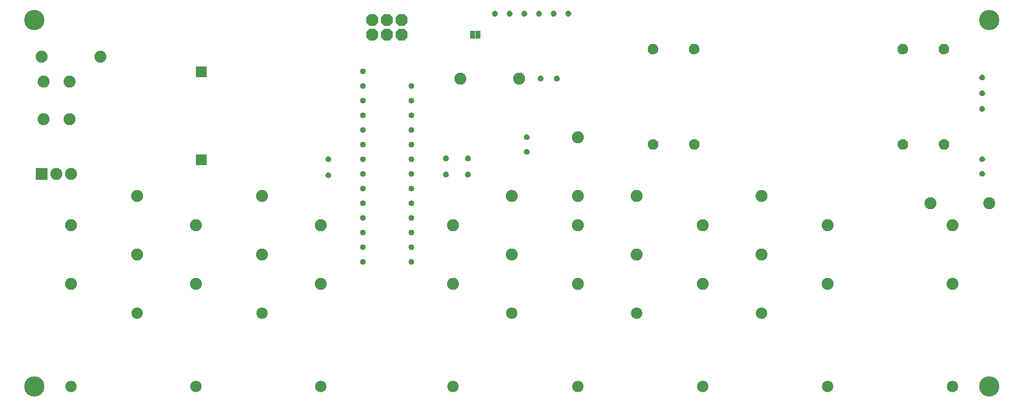
<source format=gbr>
G04 EAGLE Gerber RS-274X export*
G75*
%MOMM*%
%FSLAX34Y34*%
%LPD*%
%INSoldermask Top*%
%IPPOS*%
%AMOC8*
5,1,8,0,0,1.08239X$1,22.5*%
G01*
%ADD10C,2.082800*%
%ADD11P,2.254402X8X22.500000*%
%ADD12C,1.016000*%
%ADD13C,3.505200*%
%ADD14R,1.955800X1.955800*%
%ADD15R,2.082800X2.082800*%
%ADD16R,0.838200X1.473200*%
%ADD17C,1.981200*%

G36*
X1526803Y435236D02*
X1526803Y435236D01*
X1526866Y435234D01*
X1528523Y435422D01*
X1528569Y435436D01*
X1528645Y435448D01*
X1530234Y435956D01*
X1530276Y435979D01*
X1530348Y436005D01*
X1531807Y436814D01*
X1531845Y436844D01*
X1531910Y436884D01*
X1533183Y437962D01*
X1533214Y437999D01*
X1533270Y438051D01*
X1534309Y439356D01*
X1534332Y439399D01*
X1534376Y439461D01*
X1535141Y440944D01*
X1535155Y440989D01*
X1535187Y441059D01*
X1535647Y442663D01*
X1535652Y442708D01*
X1535665Y442747D01*
X1535664Y442764D01*
X1535669Y442785D01*
X1535808Y444447D01*
X1535804Y444495D01*
X1535806Y444571D01*
X1535613Y446278D01*
X1535599Y446325D01*
X1535587Y446400D01*
X1535064Y448037D01*
X1535042Y448079D01*
X1535015Y448151D01*
X1534183Y449654D01*
X1534153Y449691D01*
X1534113Y449756D01*
X1533004Y451068D01*
X1532967Y451099D01*
X1532915Y451155D01*
X1531571Y452225D01*
X1531528Y452248D01*
X1531467Y452293D01*
X1529940Y453081D01*
X1529894Y453095D01*
X1529824Y453127D01*
X1528173Y453602D01*
X1528125Y453607D01*
X1528051Y453624D01*
X1526339Y453768D01*
X1526289Y453763D01*
X1526196Y453764D01*
X1524494Y453521D01*
X1524449Y453506D01*
X1524373Y453492D01*
X1522751Y452922D01*
X1522709Y452898D01*
X1522639Y452869D01*
X1521159Y451993D01*
X1521122Y451962D01*
X1521058Y451920D01*
X1519778Y450772D01*
X1519748Y450734D01*
X1519694Y450681D01*
X1518662Y449305D01*
X1518640Y449262D01*
X1518597Y449199D01*
X1517853Y447649D01*
X1517841Y447603D01*
X1517811Y447532D01*
X1517384Y445866D01*
X1517380Y445818D01*
X1517365Y445744D01*
X1517271Y444027D01*
X1517277Y443979D01*
X1517276Y443902D01*
X1517513Y442249D01*
X1517528Y442203D01*
X1517543Y442128D01*
X1518098Y440553D01*
X1518121Y440511D01*
X1518150Y440440D01*
X1519002Y439004D01*
X1519034Y438967D01*
X1519076Y438903D01*
X1520192Y437661D01*
X1520230Y437631D01*
X1520284Y437577D01*
X1521621Y436576D01*
X1521664Y436555D01*
X1521727Y436512D01*
X1523234Y435792D01*
X1523281Y435779D01*
X1523351Y435749D01*
X1524970Y435337D01*
X1525018Y435334D01*
X1525093Y435319D01*
X1526761Y435231D01*
X1526803Y435236D01*
G37*
G36*
X1597923Y435236D02*
X1597923Y435236D01*
X1597986Y435234D01*
X1599643Y435422D01*
X1599689Y435436D01*
X1599765Y435448D01*
X1601354Y435956D01*
X1601396Y435979D01*
X1601468Y436005D01*
X1602927Y436814D01*
X1602965Y436844D01*
X1603030Y436884D01*
X1604303Y437962D01*
X1604334Y437999D01*
X1604390Y438051D01*
X1605429Y439356D01*
X1605452Y439399D01*
X1605496Y439461D01*
X1606261Y440944D01*
X1606275Y440989D01*
X1606307Y441059D01*
X1606767Y442663D01*
X1606772Y442708D01*
X1606785Y442747D01*
X1606784Y442764D01*
X1606789Y442785D01*
X1606928Y444447D01*
X1606924Y444495D01*
X1606926Y444571D01*
X1606733Y446278D01*
X1606719Y446325D01*
X1606707Y446400D01*
X1606184Y448037D01*
X1606162Y448079D01*
X1606135Y448151D01*
X1605303Y449654D01*
X1605273Y449691D01*
X1605233Y449756D01*
X1604124Y451068D01*
X1604087Y451099D01*
X1604035Y451155D01*
X1602691Y452225D01*
X1602648Y452248D01*
X1602587Y452293D01*
X1601060Y453081D01*
X1601014Y453095D01*
X1600944Y453127D01*
X1599293Y453602D01*
X1599245Y453607D01*
X1599171Y453624D01*
X1597459Y453768D01*
X1597409Y453763D01*
X1597316Y453764D01*
X1595614Y453521D01*
X1595569Y453506D01*
X1595493Y453492D01*
X1593871Y452922D01*
X1593829Y452898D01*
X1593759Y452869D01*
X1592279Y451993D01*
X1592242Y451962D01*
X1592178Y451920D01*
X1590898Y450772D01*
X1590868Y450734D01*
X1590814Y450681D01*
X1589782Y449305D01*
X1589760Y449262D01*
X1589717Y449199D01*
X1588973Y447649D01*
X1588961Y447603D01*
X1588931Y447532D01*
X1588504Y445866D01*
X1588500Y445818D01*
X1588485Y445744D01*
X1588391Y444027D01*
X1588397Y443979D01*
X1588396Y443902D01*
X1588633Y442249D01*
X1588648Y442203D01*
X1588663Y442128D01*
X1589218Y440553D01*
X1589241Y440511D01*
X1589270Y440440D01*
X1590122Y439004D01*
X1590154Y438967D01*
X1590196Y438903D01*
X1591312Y437661D01*
X1591350Y437631D01*
X1591404Y437577D01*
X1592741Y436576D01*
X1592784Y436555D01*
X1592847Y436512D01*
X1594354Y435792D01*
X1594401Y435779D01*
X1594471Y435749D01*
X1596090Y435337D01*
X1596138Y435334D01*
X1596213Y435319D01*
X1597881Y435231D01*
X1597923Y435236D01*
G37*
G36*
X1166123Y435236D02*
X1166123Y435236D01*
X1166186Y435234D01*
X1167843Y435422D01*
X1167889Y435436D01*
X1167965Y435448D01*
X1169554Y435956D01*
X1169596Y435979D01*
X1169668Y436005D01*
X1171127Y436814D01*
X1171165Y436844D01*
X1171230Y436884D01*
X1172503Y437962D01*
X1172534Y437999D01*
X1172590Y438051D01*
X1173629Y439356D01*
X1173652Y439399D01*
X1173696Y439461D01*
X1174461Y440944D01*
X1174475Y440989D01*
X1174507Y441059D01*
X1174967Y442663D01*
X1174972Y442708D01*
X1174985Y442747D01*
X1174984Y442764D01*
X1174989Y442785D01*
X1175128Y444447D01*
X1175124Y444495D01*
X1175126Y444571D01*
X1174933Y446278D01*
X1174919Y446325D01*
X1174907Y446400D01*
X1174384Y448037D01*
X1174362Y448079D01*
X1174335Y448151D01*
X1173503Y449654D01*
X1173473Y449691D01*
X1173433Y449756D01*
X1172324Y451068D01*
X1172287Y451099D01*
X1172235Y451155D01*
X1170891Y452225D01*
X1170848Y452248D01*
X1170787Y452293D01*
X1169260Y453081D01*
X1169214Y453095D01*
X1169144Y453127D01*
X1167493Y453602D01*
X1167445Y453607D01*
X1167371Y453624D01*
X1165659Y453768D01*
X1165609Y453763D01*
X1165516Y453764D01*
X1163814Y453521D01*
X1163769Y453506D01*
X1163693Y453492D01*
X1162071Y452922D01*
X1162029Y452898D01*
X1161959Y452869D01*
X1160479Y451993D01*
X1160442Y451962D01*
X1160378Y451920D01*
X1159098Y450772D01*
X1159068Y450734D01*
X1159014Y450681D01*
X1157982Y449305D01*
X1157960Y449262D01*
X1157917Y449199D01*
X1157173Y447649D01*
X1157161Y447603D01*
X1157131Y447532D01*
X1156704Y445866D01*
X1156700Y445818D01*
X1156685Y445744D01*
X1156591Y444027D01*
X1156597Y443979D01*
X1156596Y443902D01*
X1156833Y442249D01*
X1156848Y442203D01*
X1156863Y442128D01*
X1157418Y440553D01*
X1157441Y440511D01*
X1157470Y440440D01*
X1158322Y439004D01*
X1158354Y438967D01*
X1158396Y438903D01*
X1159512Y437661D01*
X1159550Y437631D01*
X1159604Y437577D01*
X1160941Y436576D01*
X1160984Y436555D01*
X1161047Y436512D01*
X1162554Y435792D01*
X1162601Y435779D01*
X1162671Y435749D01*
X1164290Y435337D01*
X1164338Y435334D01*
X1164413Y435319D01*
X1166081Y435231D01*
X1166123Y435236D01*
G37*
G36*
X1095003Y435236D02*
X1095003Y435236D01*
X1095066Y435234D01*
X1096723Y435422D01*
X1096769Y435436D01*
X1096845Y435448D01*
X1098434Y435956D01*
X1098476Y435979D01*
X1098548Y436005D01*
X1100007Y436814D01*
X1100045Y436844D01*
X1100110Y436884D01*
X1101383Y437962D01*
X1101414Y437999D01*
X1101470Y438051D01*
X1102509Y439356D01*
X1102532Y439399D01*
X1102576Y439461D01*
X1103341Y440944D01*
X1103355Y440989D01*
X1103387Y441059D01*
X1103847Y442663D01*
X1103852Y442708D01*
X1103865Y442747D01*
X1103864Y442764D01*
X1103869Y442785D01*
X1104008Y444447D01*
X1104004Y444495D01*
X1104006Y444571D01*
X1103813Y446278D01*
X1103799Y446325D01*
X1103787Y446400D01*
X1103264Y448037D01*
X1103242Y448079D01*
X1103215Y448151D01*
X1102383Y449654D01*
X1102353Y449691D01*
X1102313Y449756D01*
X1101204Y451068D01*
X1101167Y451099D01*
X1101115Y451155D01*
X1099771Y452225D01*
X1099728Y452248D01*
X1099667Y452293D01*
X1098140Y453081D01*
X1098094Y453095D01*
X1098024Y453127D01*
X1096373Y453602D01*
X1096325Y453607D01*
X1096251Y453624D01*
X1094539Y453768D01*
X1094489Y453763D01*
X1094396Y453764D01*
X1092694Y453521D01*
X1092649Y453506D01*
X1092573Y453492D01*
X1090951Y452922D01*
X1090909Y452898D01*
X1090839Y452869D01*
X1089359Y451993D01*
X1089322Y451962D01*
X1089258Y451920D01*
X1087978Y450772D01*
X1087948Y450734D01*
X1087894Y450681D01*
X1086862Y449305D01*
X1086840Y449262D01*
X1086797Y449199D01*
X1086053Y447649D01*
X1086041Y447603D01*
X1086011Y447532D01*
X1085584Y445866D01*
X1085580Y445818D01*
X1085565Y445744D01*
X1085471Y444027D01*
X1085477Y443979D01*
X1085476Y443902D01*
X1085713Y442249D01*
X1085728Y442203D01*
X1085743Y442128D01*
X1086298Y440553D01*
X1086321Y440511D01*
X1086350Y440440D01*
X1087202Y439004D01*
X1087234Y438967D01*
X1087276Y438903D01*
X1088392Y437661D01*
X1088430Y437631D01*
X1088484Y437577D01*
X1089821Y436576D01*
X1089864Y436555D01*
X1089927Y436512D01*
X1091434Y435792D01*
X1091481Y435779D01*
X1091551Y435749D01*
X1093170Y435337D01*
X1093218Y435334D01*
X1093293Y435319D01*
X1094961Y435231D01*
X1095003Y435236D01*
G37*
G36*
X1094991Y600337D02*
X1094991Y600337D01*
X1095084Y600336D01*
X1096786Y600579D01*
X1096831Y600594D01*
X1096907Y600608D01*
X1098529Y601178D01*
X1098571Y601202D01*
X1098641Y601231D01*
X1100121Y602107D01*
X1100158Y602138D01*
X1100222Y602180D01*
X1101502Y603328D01*
X1101532Y603366D01*
X1101586Y603419D01*
X1102618Y604795D01*
X1102640Y604838D01*
X1102683Y604901D01*
X1103427Y606451D01*
X1103439Y606498D01*
X1103469Y606568D01*
X1103896Y608234D01*
X1103900Y608282D01*
X1103915Y608356D01*
X1104009Y610073D01*
X1104003Y610121D01*
X1104004Y610198D01*
X1103767Y611851D01*
X1103762Y611865D01*
X1103762Y611877D01*
X1103750Y611906D01*
X1103737Y611972D01*
X1103182Y613547D01*
X1103159Y613589D01*
X1103130Y613660D01*
X1102278Y615096D01*
X1102246Y615133D01*
X1102204Y615197D01*
X1101088Y616439D01*
X1101050Y616469D01*
X1100996Y616523D01*
X1099659Y617524D01*
X1099616Y617545D01*
X1099553Y617588D01*
X1098046Y618308D01*
X1097999Y618321D01*
X1097929Y618351D01*
X1096310Y618763D01*
X1096262Y618766D01*
X1096187Y618781D01*
X1094519Y618869D01*
X1094477Y618864D01*
X1094414Y618866D01*
X1092757Y618678D01*
X1092711Y618664D01*
X1092635Y618652D01*
X1091046Y618144D01*
X1091004Y618121D01*
X1090932Y618095D01*
X1089473Y617286D01*
X1089435Y617256D01*
X1089370Y617216D01*
X1088097Y616138D01*
X1088066Y616101D01*
X1088010Y616049D01*
X1086971Y614744D01*
X1086948Y614701D01*
X1086904Y614639D01*
X1086139Y613157D01*
X1086125Y613111D01*
X1086093Y613041D01*
X1085633Y611438D01*
X1085628Y611390D01*
X1085611Y611315D01*
X1085472Y609653D01*
X1085477Y609605D01*
X1085474Y609529D01*
X1085667Y607822D01*
X1085681Y607775D01*
X1085693Y607700D01*
X1086216Y606063D01*
X1086238Y606021D01*
X1086265Y605949D01*
X1087097Y604446D01*
X1087104Y604438D01*
X1087106Y604431D01*
X1087128Y604407D01*
X1087167Y604344D01*
X1088276Y603032D01*
X1088313Y603001D01*
X1088366Y602945D01*
X1089709Y601875D01*
X1089752Y601852D01*
X1089814Y601807D01*
X1091340Y601019D01*
X1091386Y601005D01*
X1091456Y600973D01*
X1093107Y600498D01*
X1093155Y600493D01*
X1093229Y600476D01*
X1094941Y600332D01*
X1094991Y600337D01*
G37*
G36*
X1526791Y600337D02*
X1526791Y600337D01*
X1526884Y600336D01*
X1528586Y600579D01*
X1528631Y600594D01*
X1528707Y600608D01*
X1530329Y601178D01*
X1530371Y601202D01*
X1530441Y601231D01*
X1531921Y602107D01*
X1531958Y602138D01*
X1532022Y602180D01*
X1533302Y603328D01*
X1533332Y603366D01*
X1533386Y603419D01*
X1534418Y604795D01*
X1534440Y604838D01*
X1534483Y604901D01*
X1535227Y606451D01*
X1535239Y606498D01*
X1535269Y606568D01*
X1535696Y608234D01*
X1535700Y608282D01*
X1535715Y608356D01*
X1535809Y610073D01*
X1535803Y610121D01*
X1535804Y610198D01*
X1535567Y611851D01*
X1535562Y611865D01*
X1535562Y611877D01*
X1535550Y611906D01*
X1535537Y611972D01*
X1534982Y613547D01*
X1534959Y613589D01*
X1534930Y613660D01*
X1534078Y615096D01*
X1534046Y615133D01*
X1534004Y615197D01*
X1532888Y616439D01*
X1532850Y616469D01*
X1532796Y616523D01*
X1531459Y617524D01*
X1531416Y617545D01*
X1531353Y617588D01*
X1529846Y618308D01*
X1529799Y618321D01*
X1529729Y618351D01*
X1528110Y618763D01*
X1528062Y618766D01*
X1527987Y618781D01*
X1526319Y618869D01*
X1526277Y618864D01*
X1526214Y618866D01*
X1524557Y618678D01*
X1524511Y618664D01*
X1524435Y618652D01*
X1522846Y618144D01*
X1522804Y618121D01*
X1522732Y618095D01*
X1521273Y617286D01*
X1521235Y617256D01*
X1521170Y617216D01*
X1519897Y616138D01*
X1519866Y616101D01*
X1519810Y616049D01*
X1518771Y614744D01*
X1518748Y614701D01*
X1518704Y614639D01*
X1517939Y613157D01*
X1517925Y613111D01*
X1517893Y613041D01*
X1517433Y611438D01*
X1517428Y611390D01*
X1517411Y611315D01*
X1517272Y609653D01*
X1517277Y609605D01*
X1517274Y609529D01*
X1517467Y607822D01*
X1517481Y607775D01*
X1517493Y607700D01*
X1518016Y606063D01*
X1518038Y606021D01*
X1518065Y605949D01*
X1518897Y604446D01*
X1518904Y604438D01*
X1518906Y604431D01*
X1518928Y604407D01*
X1518967Y604344D01*
X1520076Y603032D01*
X1520113Y603001D01*
X1520166Y602945D01*
X1521509Y601875D01*
X1521552Y601852D01*
X1521614Y601807D01*
X1523140Y601019D01*
X1523186Y601005D01*
X1523256Y600973D01*
X1524907Y600498D01*
X1524955Y600493D01*
X1525029Y600476D01*
X1526741Y600332D01*
X1526791Y600337D01*
G37*
G36*
X1166111Y600337D02*
X1166111Y600337D01*
X1166204Y600336D01*
X1167906Y600579D01*
X1167951Y600594D01*
X1168027Y600608D01*
X1169649Y601178D01*
X1169691Y601202D01*
X1169761Y601231D01*
X1171241Y602107D01*
X1171278Y602138D01*
X1171342Y602180D01*
X1172622Y603328D01*
X1172652Y603366D01*
X1172706Y603419D01*
X1173738Y604795D01*
X1173760Y604838D01*
X1173803Y604901D01*
X1174547Y606451D01*
X1174559Y606498D01*
X1174589Y606568D01*
X1175016Y608234D01*
X1175020Y608282D01*
X1175035Y608356D01*
X1175129Y610073D01*
X1175123Y610121D01*
X1175124Y610198D01*
X1174887Y611851D01*
X1174882Y611865D01*
X1174882Y611877D01*
X1174870Y611906D01*
X1174857Y611972D01*
X1174302Y613547D01*
X1174279Y613589D01*
X1174250Y613660D01*
X1173398Y615096D01*
X1173366Y615133D01*
X1173324Y615197D01*
X1172208Y616439D01*
X1172170Y616469D01*
X1172116Y616523D01*
X1170779Y617524D01*
X1170736Y617545D01*
X1170673Y617588D01*
X1169166Y618308D01*
X1169119Y618321D01*
X1169049Y618351D01*
X1167430Y618763D01*
X1167382Y618766D01*
X1167307Y618781D01*
X1165639Y618869D01*
X1165597Y618864D01*
X1165534Y618866D01*
X1163877Y618678D01*
X1163831Y618664D01*
X1163755Y618652D01*
X1162166Y618144D01*
X1162124Y618121D01*
X1162052Y618095D01*
X1160593Y617286D01*
X1160555Y617256D01*
X1160490Y617216D01*
X1159217Y616138D01*
X1159186Y616101D01*
X1159130Y616049D01*
X1158091Y614744D01*
X1158068Y614701D01*
X1158024Y614639D01*
X1157259Y613157D01*
X1157245Y613111D01*
X1157213Y613041D01*
X1156753Y611438D01*
X1156748Y611390D01*
X1156731Y611315D01*
X1156592Y609653D01*
X1156597Y609605D01*
X1156594Y609529D01*
X1156787Y607822D01*
X1156801Y607775D01*
X1156813Y607700D01*
X1157336Y606063D01*
X1157358Y606021D01*
X1157385Y605949D01*
X1158217Y604446D01*
X1158224Y604438D01*
X1158226Y604431D01*
X1158248Y604407D01*
X1158287Y604344D01*
X1159396Y603032D01*
X1159433Y603001D01*
X1159486Y602945D01*
X1160829Y601875D01*
X1160872Y601852D01*
X1160934Y601807D01*
X1162460Y601019D01*
X1162506Y601005D01*
X1162576Y600973D01*
X1164227Y600498D01*
X1164275Y600493D01*
X1164349Y600476D01*
X1166061Y600332D01*
X1166111Y600337D01*
G37*
G36*
X1597911Y600337D02*
X1597911Y600337D01*
X1598004Y600336D01*
X1599706Y600579D01*
X1599751Y600594D01*
X1599827Y600608D01*
X1601449Y601178D01*
X1601491Y601202D01*
X1601561Y601231D01*
X1603041Y602107D01*
X1603078Y602138D01*
X1603142Y602180D01*
X1604422Y603328D01*
X1604452Y603366D01*
X1604506Y603419D01*
X1605538Y604795D01*
X1605560Y604838D01*
X1605603Y604901D01*
X1606347Y606451D01*
X1606359Y606498D01*
X1606389Y606568D01*
X1606816Y608234D01*
X1606820Y608282D01*
X1606835Y608356D01*
X1606929Y610073D01*
X1606923Y610121D01*
X1606924Y610198D01*
X1606687Y611851D01*
X1606682Y611865D01*
X1606682Y611877D01*
X1606670Y611906D01*
X1606657Y611972D01*
X1606102Y613547D01*
X1606079Y613589D01*
X1606050Y613660D01*
X1605198Y615096D01*
X1605166Y615133D01*
X1605124Y615197D01*
X1604008Y616439D01*
X1603970Y616469D01*
X1603916Y616523D01*
X1602579Y617524D01*
X1602536Y617545D01*
X1602473Y617588D01*
X1600966Y618308D01*
X1600919Y618321D01*
X1600849Y618351D01*
X1599230Y618763D01*
X1599182Y618766D01*
X1599107Y618781D01*
X1597439Y618869D01*
X1597397Y618864D01*
X1597334Y618866D01*
X1595677Y618678D01*
X1595631Y618664D01*
X1595555Y618652D01*
X1593966Y618144D01*
X1593924Y618121D01*
X1593852Y618095D01*
X1592393Y617286D01*
X1592355Y617256D01*
X1592290Y617216D01*
X1591017Y616138D01*
X1590986Y616101D01*
X1590930Y616049D01*
X1589891Y614744D01*
X1589868Y614701D01*
X1589824Y614639D01*
X1589059Y613157D01*
X1589045Y613111D01*
X1589013Y613041D01*
X1588553Y611438D01*
X1588548Y611390D01*
X1588531Y611315D01*
X1588392Y609653D01*
X1588397Y609605D01*
X1588394Y609529D01*
X1588587Y607822D01*
X1588601Y607775D01*
X1588613Y607700D01*
X1589136Y606063D01*
X1589158Y606021D01*
X1589185Y605949D01*
X1590017Y604446D01*
X1590024Y604438D01*
X1590026Y604431D01*
X1590048Y604407D01*
X1590087Y604344D01*
X1591196Y603032D01*
X1591233Y603001D01*
X1591286Y602945D01*
X1592629Y601875D01*
X1592672Y601852D01*
X1592734Y601807D01*
X1594260Y601019D01*
X1594306Y601005D01*
X1594376Y600973D01*
X1596027Y600498D01*
X1596075Y600493D01*
X1596149Y600476D01*
X1597861Y600332D01*
X1597911Y600337D01*
G37*
G36*
X774848Y415273D02*
X774848Y415273D01*
X774939Y415272D01*
X775903Y415403D01*
X775951Y415419D01*
X776040Y415438D01*
X776951Y415780D01*
X776994Y415806D01*
X777078Y415845D01*
X777889Y416382D01*
X777925Y416417D01*
X777998Y416473D01*
X778670Y417177D01*
X778698Y417219D01*
X778756Y417290D01*
X779254Y418126D01*
X779255Y418129D01*
X779257Y418131D01*
X779263Y418150D01*
X779272Y418173D01*
X779312Y418255D01*
X779612Y419181D01*
X779619Y419231D01*
X779641Y419320D01*
X779727Y420289D01*
X779723Y420336D01*
X779726Y420411D01*
X779624Y421387D01*
X779610Y421435D01*
X779594Y421525D01*
X779278Y422454D01*
X779254Y422498D01*
X779217Y422583D01*
X778703Y423418D01*
X778669Y423455D01*
X778615Y423530D01*
X777927Y424230D01*
X777886Y424259D01*
X777817Y424319D01*
X776990Y424848D01*
X776944Y424867D01*
X776863Y424911D01*
X775940Y425243D01*
X775890Y425251D01*
X775801Y425276D01*
X774827Y425394D01*
X774777Y425391D01*
X774691Y425395D01*
X773689Y425300D01*
X773640Y425286D01*
X773550Y425270D01*
X772594Y424954D01*
X772549Y424930D01*
X772465Y424895D01*
X771604Y424373D01*
X771566Y424340D01*
X771491Y424287D01*
X770767Y423587D01*
X770738Y423546D01*
X770677Y423477D01*
X770127Y422634D01*
X770107Y422588D01*
X770063Y422507D01*
X769715Y421563D01*
X769706Y421513D01*
X769681Y421425D01*
X769551Y420427D01*
X769553Y420384D01*
X769552Y420258D01*
X769691Y419247D01*
X769707Y419199D01*
X769726Y419109D01*
X770088Y418154D01*
X770114Y418111D01*
X770153Y418027D01*
X770717Y417177D01*
X770752Y417140D01*
X770809Y417068D01*
X771549Y416364D01*
X771591Y416336D01*
X771662Y416278D01*
X772540Y415757D01*
X772587Y415739D01*
X772669Y415698D01*
X773641Y415385D01*
X773691Y415378D01*
X773780Y415357D01*
X774798Y415268D01*
X774848Y415273D01*
G37*
G36*
X533548Y414003D02*
X533548Y414003D01*
X533639Y414002D01*
X534603Y414133D01*
X534651Y414149D01*
X534740Y414168D01*
X535651Y414510D01*
X535694Y414536D01*
X535778Y414575D01*
X536589Y415112D01*
X536625Y415147D01*
X536698Y415203D01*
X537370Y415907D01*
X537398Y415949D01*
X537456Y416020D01*
X537954Y416856D01*
X537955Y416859D01*
X537957Y416861D01*
X537963Y416880D01*
X537972Y416903D01*
X538012Y416985D01*
X538312Y417911D01*
X538319Y417961D01*
X538341Y418050D01*
X538427Y419019D01*
X538423Y419066D01*
X538426Y419141D01*
X538324Y420117D01*
X538310Y420165D01*
X538294Y420255D01*
X537978Y421184D01*
X537954Y421228D01*
X537917Y421313D01*
X537403Y422148D01*
X537369Y422185D01*
X537315Y422260D01*
X536627Y422960D01*
X536586Y422989D01*
X536517Y423049D01*
X535690Y423578D01*
X535644Y423597D01*
X535563Y423641D01*
X534640Y423973D01*
X534590Y423981D01*
X534501Y424006D01*
X533527Y424124D01*
X533477Y424121D01*
X533391Y424125D01*
X532389Y424030D01*
X532340Y424016D01*
X532250Y424000D01*
X531294Y423684D01*
X531249Y423660D01*
X531165Y423625D01*
X530304Y423103D01*
X530266Y423070D01*
X530191Y423017D01*
X529467Y422317D01*
X529438Y422276D01*
X529377Y422207D01*
X528827Y421364D01*
X528807Y421318D01*
X528763Y421237D01*
X528415Y420293D01*
X528406Y420243D01*
X528381Y420155D01*
X528251Y419157D01*
X528253Y419114D01*
X528252Y418988D01*
X528391Y417977D01*
X528407Y417929D01*
X528426Y417839D01*
X528788Y416884D01*
X528814Y416841D01*
X528853Y416757D01*
X529417Y415907D01*
X529452Y415870D01*
X529509Y415798D01*
X530249Y415094D01*
X530291Y415066D01*
X530362Y415008D01*
X531240Y414487D01*
X531287Y414469D01*
X531369Y414428D01*
X532341Y414115D01*
X532391Y414108D01*
X532480Y414087D01*
X533498Y413998D01*
X533548Y414003D01*
G37*
G36*
X774848Y387282D02*
X774848Y387282D01*
X774939Y387281D01*
X775903Y387412D01*
X775951Y387428D01*
X776040Y387447D01*
X776951Y387789D01*
X776994Y387815D01*
X777078Y387854D01*
X777889Y388391D01*
X777925Y388426D01*
X777998Y388482D01*
X778670Y389186D01*
X778698Y389228D01*
X778756Y389299D01*
X779254Y390135D01*
X779255Y390138D01*
X779257Y390140D01*
X779263Y390159D01*
X779272Y390182D01*
X779312Y390264D01*
X779612Y391190D01*
X779619Y391240D01*
X779641Y391329D01*
X779727Y392298D01*
X779723Y392345D01*
X779726Y392420D01*
X779624Y393396D01*
X779610Y393444D01*
X779594Y393534D01*
X779278Y394463D01*
X779254Y394507D01*
X779217Y394592D01*
X778703Y395427D01*
X778669Y395464D01*
X778615Y395539D01*
X777927Y396239D01*
X777886Y396268D01*
X777817Y396328D01*
X776990Y396857D01*
X776944Y396876D01*
X776863Y396920D01*
X775940Y397252D01*
X775890Y397260D01*
X775801Y397285D01*
X774827Y397403D01*
X774777Y397400D01*
X774691Y397404D01*
X773689Y397309D01*
X773640Y397295D01*
X773550Y397279D01*
X772594Y396963D01*
X772549Y396939D01*
X772465Y396904D01*
X771604Y396382D01*
X771566Y396349D01*
X771491Y396296D01*
X770767Y395596D01*
X770738Y395555D01*
X770677Y395486D01*
X770127Y394643D01*
X770107Y394597D01*
X770063Y394516D01*
X769715Y393572D01*
X769706Y393522D01*
X769681Y393434D01*
X769551Y392436D01*
X769553Y392393D01*
X769552Y392267D01*
X769691Y391256D01*
X769707Y391208D01*
X769726Y391118D01*
X770088Y390163D01*
X770114Y390120D01*
X770153Y390036D01*
X770717Y389186D01*
X770752Y389149D01*
X770809Y389077D01*
X771549Y388373D01*
X771591Y388345D01*
X771662Y388287D01*
X772540Y387766D01*
X772587Y387748D01*
X772669Y387707D01*
X773641Y387394D01*
X773691Y387387D01*
X773780Y387366D01*
X774798Y387277D01*
X774848Y387282D01*
G37*
G36*
X533548Y386012D02*
X533548Y386012D01*
X533639Y386011D01*
X534603Y386142D01*
X534651Y386158D01*
X534740Y386177D01*
X535651Y386519D01*
X535694Y386545D01*
X535778Y386584D01*
X536589Y387121D01*
X536625Y387156D01*
X536698Y387212D01*
X537370Y387916D01*
X537398Y387958D01*
X537456Y388029D01*
X537954Y388865D01*
X537955Y388868D01*
X537957Y388870D01*
X537963Y388889D01*
X537972Y388912D01*
X538012Y388994D01*
X538312Y389920D01*
X538319Y389970D01*
X538341Y390059D01*
X538427Y391028D01*
X538423Y391075D01*
X538426Y391150D01*
X538324Y392126D01*
X538310Y392174D01*
X538294Y392264D01*
X537978Y393193D01*
X537954Y393237D01*
X537917Y393322D01*
X537403Y394157D01*
X537369Y394194D01*
X537315Y394269D01*
X536627Y394969D01*
X536586Y394998D01*
X536517Y395058D01*
X535690Y395587D01*
X535644Y395606D01*
X535563Y395650D01*
X534640Y395982D01*
X534590Y395990D01*
X534501Y396015D01*
X533527Y396133D01*
X533477Y396130D01*
X533391Y396134D01*
X532389Y396039D01*
X532340Y396025D01*
X532250Y396009D01*
X531294Y395693D01*
X531249Y395669D01*
X531165Y395634D01*
X530304Y395112D01*
X530266Y395079D01*
X530191Y395026D01*
X529467Y394326D01*
X529438Y394285D01*
X529377Y394216D01*
X528827Y393373D01*
X528807Y393327D01*
X528763Y393246D01*
X528415Y392302D01*
X528406Y392252D01*
X528381Y392164D01*
X528251Y391166D01*
X528253Y391123D01*
X528252Y390997D01*
X528391Y389986D01*
X528407Y389938D01*
X528426Y389848D01*
X528788Y388893D01*
X528814Y388850D01*
X528853Y388766D01*
X529417Y387916D01*
X529452Y387879D01*
X529509Y387807D01*
X530249Y387103D01*
X530291Y387075D01*
X530362Y387017D01*
X531240Y386496D01*
X531287Y386478D01*
X531369Y386437D01*
X532341Y386124D01*
X532391Y386117D01*
X532480Y386096D01*
X533498Y386007D01*
X533548Y386012D01*
G37*
G36*
X922941Y666093D02*
X922941Y666093D01*
X923067Y666092D01*
X924078Y666231D01*
X924126Y666247D01*
X924216Y666266D01*
X925171Y666628D01*
X925214Y666654D01*
X925298Y666693D01*
X926148Y667257D01*
X926185Y667292D01*
X926257Y667349D01*
X926961Y668089D01*
X926989Y668131D01*
X927047Y668202D01*
X927568Y669080D01*
X927586Y669127D01*
X927627Y669209D01*
X927940Y670181D01*
X927947Y670231D01*
X927968Y670320D01*
X928057Y671338D01*
X928052Y671388D01*
X928053Y671479D01*
X927922Y672443D01*
X927906Y672491D01*
X927887Y672580D01*
X927545Y673491D01*
X927519Y673534D01*
X927480Y673618D01*
X926943Y674429D01*
X926908Y674465D01*
X926852Y674538D01*
X926148Y675210D01*
X926106Y675238D01*
X926035Y675296D01*
X925200Y675794D01*
X925152Y675812D01*
X925070Y675852D01*
X924145Y676152D01*
X924094Y676159D01*
X924005Y676181D01*
X923036Y676267D01*
X922989Y676263D01*
X922914Y676266D01*
X921938Y676164D01*
X921890Y676150D01*
X921800Y676134D01*
X920871Y675818D01*
X920827Y675794D01*
X920742Y675757D01*
X919907Y675243D01*
X919870Y675209D01*
X919795Y675155D01*
X919096Y674467D01*
X919066Y674426D01*
X919006Y674357D01*
X918477Y673530D01*
X918458Y673484D01*
X918414Y673403D01*
X918082Y672480D01*
X918074Y672430D01*
X918049Y672341D01*
X917931Y671367D01*
X917934Y671317D01*
X917930Y671231D01*
X918025Y670229D01*
X918039Y670180D01*
X918055Y670090D01*
X918371Y669134D01*
X918395Y669089D01*
X918431Y669005D01*
X918952Y668144D01*
X918985Y668106D01*
X919038Y668031D01*
X919738Y667307D01*
X919779Y667278D01*
X919848Y667217D01*
X920691Y666667D01*
X920737Y666647D01*
X920818Y666603D01*
X921762Y666255D01*
X921812Y666246D01*
X921900Y666221D01*
X922898Y666091D01*
X922941Y666093D01*
G37*
G36*
X821341Y666093D02*
X821341Y666093D01*
X821467Y666092D01*
X822478Y666231D01*
X822526Y666247D01*
X822616Y666266D01*
X823571Y666628D01*
X823614Y666654D01*
X823698Y666693D01*
X824548Y667257D01*
X824585Y667292D01*
X824657Y667349D01*
X825361Y668089D01*
X825389Y668131D01*
X825447Y668202D01*
X825968Y669080D01*
X825986Y669127D01*
X826027Y669209D01*
X826340Y670181D01*
X826347Y670231D01*
X826368Y670320D01*
X826457Y671338D01*
X826452Y671388D01*
X826453Y671479D01*
X826322Y672443D01*
X826306Y672491D01*
X826287Y672580D01*
X825945Y673491D01*
X825919Y673534D01*
X825880Y673618D01*
X825343Y674429D01*
X825308Y674465D01*
X825252Y674538D01*
X824548Y675210D01*
X824506Y675238D01*
X824435Y675296D01*
X823600Y675794D01*
X823552Y675812D01*
X823470Y675852D01*
X822545Y676152D01*
X822494Y676159D01*
X822405Y676181D01*
X821436Y676267D01*
X821389Y676263D01*
X821314Y676266D01*
X820338Y676164D01*
X820290Y676150D01*
X820200Y676134D01*
X819271Y675818D01*
X819227Y675794D01*
X819142Y675757D01*
X818307Y675243D01*
X818270Y675209D01*
X818195Y675155D01*
X817496Y674467D01*
X817466Y674426D01*
X817406Y674357D01*
X816877Y673530D01*
X816858Y673484D01*
X816814Y673403D01*
X816482Y672480D01*
X816474Y672430D01*
X816449Y672341D01*
X816331Y671367D01*
X816334Y671317D01*
X816330Y671231D01*
X816425Y670229D01*
X816439Y670180D01*
X816455Y670090D01*
X816771Y669134D01*
X816795Y669089D01*
X816831Y669005D01*
X817352Y668144D01*
X817385Y668106D01*
X817438Y668031D01*
X818138Y667307D01*
X818179Y667278D01*
X818248Y667217D01*
X819091Y666667D01*
X819137Y666647D01*
X819218Y666603D01*
X820162Y666255D01*
X820212Y666246D01*
X820300Y666221D01*
X821298Y666091D01*
X821341Y666093D01*
G37*
G36*
X948341Y666093D02*
X948341Y666093D01*
X948467Y666092D01*
X949478Y666231D01*
X949526Y666247D01*
X949616Y666266D01*
X950571Y666628D01*
X950614Y666654D01*
X950698Y666693D01*
X951548Y667257D01*
X951585Y667292D01*
X951657Y667349D01*
X952361Y668089D01*
X952389Y668131D01*
X952447Y668202D01*
X952968Y669080D01*
X952986Y669127D01*
X953027Y669209D01*
X953340Y670181D01*
X953347Y670231D01*
X953368Y670320D01*
X953457Y671338D01*
X953452Y671388D01*
X953453Y671479D01*
X953322Y672443D01*
X953306Y672491D01*
X953287Y672580D01*
X952945Y673491D01*
X952919Y673534D01*
X952880Y673618D01*
X952343Y674429D01*
X952308Y674465D01*
X952252Y674538D01*
X951548Y675210D01*
X951506Y675238D01*
X951435Y675296D01*
X950600Y675794D01*
X950552Y675812D01*
X950470Y675852D01*
X949545Y676152D01*
X949494Y676159D01*
X949405Y676181D01*
X948436Y676267D01*
X948389Y676263D01*
X948314Y676266D01*
X947338Y676164D01*
X947290Y676150D01*
X947200Y676134D01*
X946271Y675818D01*
X946227Y675794D01*
X946142Y675757D01*
X945307Y675243D01*
X945270Y675209D01*
X945195Y675155D01*
X944496Y674467D01*
X944466Y674426D01*
X944406Y674357D01*
X943877Y673530D01*
X943858Y673484D01*
X943814Y673403D01*
X943482Y672480D01*
X943474Y672430D01*
X943449Y672341D01*
X943331Y671367D01*
X943334Y671317D01*
X943330Y671231D01*
X943425Y670229D01*
X943439Y670180D01*
X943455Y670090D01*
X943771Y669134D01*
X943795Y669089D01*
X943831Y669005D01*
X944352Y668144D01*
X944385Y668106D01*
X944438Y668031D01*
X945138Y667307D01*
X945179Y667278D01*
X945248Y667217D01*
X946091Y666667D01*
X946137Y666647D01*
X946218Y666603D01*
X947162Y666255D01*
X947212Y666246D01*
X947300Y666221D01*
X948298Y666091D01*
X948341Y666093D01*
G37*
G36*
X872141Y666093D02*
X872141Y666093D01*
X872267Y666092D01*
X873278Y666231D01*
X873326Y666247D01*
X873416Y666266D01*
X874371Y666628D01*
X874414Y666654D01*
X874498Y666693D01*
X875348Y667257D01*
X875385Y667292D01*
X875457Y667349D01*
X876161Y668089D01*
X876189Y668131D01*
X876247Y668202D01*
X876768Y669080D01*
X876786Y669127D01*
X876827Y669209D01*
X877140Y670181D01*
X877147Y670231D01*
X877168Y670320D01*
X877257Y671338D01*
X877252Y671388D01*
X877253Y671479D01*
X877122Y672443D01*
X877106Y672491D01*
X877087Y672580D01*
X876745Y673491D01*
X876719Y673534D01*
X876680Y673618D01*
X876143Y674429D01*
X876108Y674465D01*
X876052Y674538D01*
X875348Y675210D01*
X875306Y675238D01*
X875235Y675296D01*
X874400Y675794D01*
X874352Y675812D01*
X874270Y675852D01*
X873345Y676152D01*
X873294Y676159D01*
X873205Y676181D01*
X872236Y676267D01*
X872189Y676263D01*
X872114Y676266D01*
X871138Y676164D01*
X871090Y676150D01*
X871000Y676134D01*
X870071Y675818D01*
X870027Y675794D01*
X869942Y675757D01*
X869107Y675243D01*
X869070Y675209D01*
X868995Y675155D01*
X868296Y674467D01*
X868266Y674426D01*
X868206Y674357D01*
X867677Y673530D01*
X867658Y673484D01*
X867614Y673403D01*
X867282Y672480D01*
X867274Y672430D01*
X867249Y672341D01*
X867131Y671367D01*
X867134Y671317D01*
X867130Y671231D01*
X867225Y670229D01*
X867239Y670180D01*
X867255Y670090D01*
X867571Y669134D01*
X867595Y669089D01*
X867631Y669005D01*
X868152Y668144D01*
X868185Y668106D01*
X868238Y668031D01*
X868938Y667307D01*
X868979Y667278D01*
X869048Y667217D01*
X869891Y666667D01*
X869937Y666647D01*
X870018Y666603D01*
X870962Y666255D01*
X871012Y666246D01*
X871100Y666221D01*
X872098Y666091D01*
X872141Y666093D01*
G37*
G36*
X897541Y666093D02*
X897541Y666093D01*
X897667Y666092D01*
X898678Y666231D01*
X898726Y666247D01*
X898816Y666266D01*
X899771Y666628D01*
X899814Y666654D01*
X899898Y666693D01*
X900748Y667257D01*
X900785Y667292D01*
X900857Y667349D01*
X901561Y668089D01*
X901589Y668131D01*
X901647Y668202D01*
X902168Y669080D01*
X902186Y669127D01*
X902227Y669209D01*
X902540Y670181D01*
X902547Y670231D01*
X902568Y670320D01*
X902657Y671338D01*
X902652Y671388D01*
X902653Y671479D01*
X902522Y672443D01*
X902506Y672491D01*
X902487Y672580D01*
X902145Y673491D01*
X902119Y673534D01*
X902080Y673618D01*
X901543Y674429D01*
X901508Y674465D01*
X901452Y674538D01*
X900748Y675210D01*
X900706Y675238D01*
X900635Y675296D01*
X899800Y675794D01*
X899752Y675812D01*
X899670Y675852D01*
X898745Y676152D01*
X898694Y676159D01*
X898605Y676181D01*
X897636Y676267D01*
X897589Y676263D01*
X897514Y676266D01*
X896538Y676164D01*
X896490Y676150D01*
X896400Y676134D01*
X895471Y675818D01*
X895427Y675794D01*
X895342Y675757D01*
X894507Y675243D01*
X894470Y675209D01*
X894395Y675155D01*
X893696Y674467D01*
X893666Y674426D01*
X893606Y674357D01*
X893077Y673530D01*
X893058Y673484D01*
X893014Y673403D01*
X892682Y672480D01*
X892674Y672430D01*
X892649Y672341D01*
X892531Y671367D01*
X892534Y671317D01*
X892530Y671231D01*
X892625Y670229D01*
X892639Y670180D01*
X892655Y670090D01*
X892971Y669134D01*
X892995Y669089D01*
X893031Y669005D01*
X893552Y668144D01*
X893585Y668106D01*
X893638Y668031D01*
X894338Y667307D01*
X894379Y667278D01*
X894448Y667217D01*
X895291Y666667D01*
X895337Y666647D01*
X895418Y666603D01*
X896362Y666255D01*
X896412Y666246D01*
X896500Y666221D01*
X897498Y666091D01*
X897541Y666093D01*
G37*
G36*
X846741Y666093D02*
X846741Y666093D01*
X846867Y666092D01*
X847878Y666231D01*
X847926Y666247D01*
X848016Y666266D01*
X848971Y666628D01*
X849014Y666654D01*
X849098Y666693D01*
X849948Y667257D01*
X849985Y667292D01*
X850057Y667349D01*
X850761Y668089D01*
X850789Y668131D01*
X850847Y668202D01*
X851368Y669080D01*
X851386Y669127D01*
X851427Y669209D01*
X851740Y670181D01*
X851747Y670231D01*
X851768Y670320D01*
X851857Y671338D01*
X851852Y671388D01*
X851853Y671479D01*
X851722Y672443D01*
X851706Y672491D01*
X851687Y672580D01*
X851345Y673491D01*
X851319Y673534D01*
X851280Y673618D01*
X850743Y674429D01*
X850708Y674465D01*
X850652Y674538D01*
X849948Y675210D01*
X849906Y675238D01*
X849835Y675296D01*
X849000Y675794D01*
X848952Y675812D01*
X848870Y675852D01*
X847945Y676152D01*
X847894Y676159D01*
X847805Y676181D01*
X846836Y676267D01*
X846789Y676263D01*
X846714Y676266D01*
X845738Y676164D01*
X845690Y676150D01*
X845600Y676134D01*
X844671Y675818D01*
X844627Y675794D01*
X844542Y675757D01*
X843707Y675243D01*
X843670Y675209D01*
X843595Y675155D01*
X842896Y674467D01*
X842866Y674426D01*
X842806Y674357D01*
X842277Y673530D01*
X842258Y673484D01*
X842214Y673403D01*
X841882Y672480D01*
X841874Y672430D01*
X841849Y672341D01*
X841731Y671367D01*
X841734Y671317D01*
X841730Y671231D01*
X841825Y670229D01*
X841839Y670180D01*
X841855Y670090D01*
X842171Y669134D01*
X842195Y669089D01*
X842231Y669005D01*
X842752Y668144D01*
X842785Y668106D01*
X842838Y668031D01*
X843538Y667307D01*
X843579Y667278D01*
X843648Y667217D01*
X844491Y666667D01*
X844537Y666647D01*
X844618Y666603D01*
X845562Y666255D01*
X845612Y666246D01*
X845700Y666221D01*
X846698Y666091D01*
X846741Y666093D01*
G37*
G36*
X928407Y553653D02*
X928407Y553653D01*
X928533Y553652D01*
X929544Y553791D01*
X929592Y553807D01*
X929682Y553826D01*
X930637Y554188D01*
X930680Y554214D01*
X930764Y554253D01*
X931614Y554817D01*
X931651Y554852D01*
X931723Y554909D01*
X932427Y555649D01*
X932455Y555691D01*
X932513Y555762D01*
X933034Y556640D01*
X933052Y556687D01*
X933093Y556769D01*
X933406Y557741D01*
X933413Y557791D01*
X933434Y557880D01*
X933523Y558898D01*
X933518Y558948D01*
X933519Y559039D01*
X933388Y560003D01*
X933372Y560051D01*
X933353Y560140D01*
X933011Y561051D01*
X932985Y561094D01*
X932946Y561178D01*
X932409Y561989D01*
X932374Y562025D01*
X932318Y562098D01*
X931614Y562770D01*
X931572Y562798D01*
X931501Y562856D01*
X930666Y563354D01*
X930618Y563372D01*
X930536Y563412D01*
X929611Y563712D01*
X929560Y563719D01*
X929471Y563741D01*
X928502Y563827D01*
X928455Y563823D01*
X928380Y563826D01*
X927404Y563724D01*
X927356Y563710D01*
X927266Y563694D01*
X926337Y563378D01*
X926293Y563354D01*
X926208Y563317D01*
X925373Y562803D01*
X925336Y562769D01*
X925261Y562715D01*
X924562Y562027D01*
X924532Y561986D01*
X924472Y561917D01*
X923943Y561090D01*
X923924Y561044D01*
X923880Y560963D01*
X923548Y560040D01*
X923540Y559990D01*
X923515Y559901D01*
X923397Y558927D01*
X923400Y558877D01*
X923396Y558791D01*
X923491Y557789D01*
X923505Y557740D01*
X923521Y557650D01*
X923837Y556694D01*
X923861Y556649D01*
X923897Y556565D01*
X924418Y555704D01*
X924451Y555666D01*
X924504Y555591D01*
X925204Y554867D01*
X925245Y554838D01*
X925314Y554777D01*
X926157Y554227D01*
X926203Y554207D01*
X926284Y554163D01*
X927228Y553815D01*
X927278Y553806D01*
X927366Y553781D01*
X928364Y553651D01*
X928407Y553653D01*
G37*
G36*
X900416Y553653D02*
X900416Y553653D01*
X900542Y553652D01*
X901553Y553791D01*
X901601Y553807D01*
X901691Y553826D01*
X902646Y554188D01*
X902689Y554214D01*
X902773Y554253D01*
X903623Y554817D01*
X903660Y554852D01*
X903732Y554909D01*
X904436Y555649D01*
X904464Y555691D01*
X904522Y555762D01*
X905043Y556640D01*
X905061Y556687D01*
X905102Y556769D01*
X905415Y557741D01*
X905422Y557791D01*
X905443Y557880D01*
X905532Y558898D01*
X905527Y558948D01*
X905528Y559039D01*
X905397Y560003D01*
X905381Y560051D01*
X905362Y560140D01*
X905020Y561051D01*
X904994Y561094D01*
X904955Y561178D01*
X904418Y561989D01*
X904383Y562025D01*
X904327Y562098D01*
X903623Y562770D01*
X903581Y562798D01*
X903510Y562856D01*
X902675Y563354D01*
X902627Y563372D01*
X902545Y563412D01*
X901620Y563712D01*
X901569Y563719D01*
X901480Y563741D01*
X900511Y563827D01*
X900464Y563823D01*
X900389Y563826D01*
X899413Y563724D01*
X899365Y563710D01*
X899275Y563694D01*
X898346Y563378D01*
X898302Y563354D01*
X898217Y563317D01*
X897382Y562803D01*
X897345Y562769D01*
X897270Y562715D01*
X896571Y562027D01*
X896541Y561986D01*
X896481Y561917D01*
X895952Y561090D01*
X895933Y561044D01*
X895889Y560963D01*
X895557Y560040D01*
X895549Y559990D01*
X895524Y559901D01*
X895406Y558927D01*
X895409Y558877D01*
X895405Y558791D01*
X895500Y557789D01*
X895514Y557740D01*
X895530Y557650D01*
X895846Y556694D01*
X895870Y556649D01*
X895906Y556565D01*
X896427Y555704D01*
X896460Y555666D01*
X896513Y555591D01*
X897213Y554867D01*
X897254Y554838D01*
X897323Y554777D01*
X898166Y554227D01*
X898212Y554207D01*
X898293Y554163D01*
X899237Y553815D01*
X899287Y553806D01*
X899375Y553781D01*
X900373Y553651D01*
X900416Y553653D01*
G37*
G36*
X1663691Y555530D02*
X1663691Y555530D01*
X1663766Y555527D01*
X1664742Y555629D01*
X1664790Y555643D01*
X1664880Y555659D01*
X1665809Y555975D01*
X1665853Y556000D01*
X1665938Y556036D01*
X1666773Y556550D01*
X1666810Y556584D01*
X1666885Y556638D01*
X1667585Y557326D01*
X1667614Y557367D01*
X1667674Y557436D01*
X1668203Y558263D01*
X1668222Y558309D01*
X1668266Y558390D01*
X1668598Y559313D01*
X1668606Y559363D01*
X1668631Y559452D01*
X1668749Y560426D01*
X1668746Y560476D01*
X1668750Y560562D01*
X1668655Y561564D01*
X1668641Y561613D01*
X1668625Y561703D01*
X1668309Y562659D01*
X1668285Y562704D01*
X1668250Y562788D01*
X1667728Y563649D01*
X1667695Y563687D01*
X1667642Y563762D01*
X1666942Y564486D01*
X1666901Y564515D01*
X1666832Y564576D01*
X1665989Y565126D01*
X1665943Y565146D01*
X1665862Y565190D01*
X1664918Y565538D01*
X1664868Y565547D01*
X1664780Y565572D01*
X1663782Y565702D01*
X1663739Y565700D01*
X1663613Y565701D01*
X1662602Y565562D01*
X1662554Y565546D01*
X1662464Y565527D01*
X1661509Y565165D01*
X1661466Y565139D01*
X1661382Y565101D01*
X1660532Y564536D01*
X1660495Y564501D01*
X1660423Y564444D01*
X1659719Y563705D01*
X1659691Y563662D01*
X1659633Y563591D01*
X1659112Y562713D01*
X1659094Y562666D01*
X1659053Y562584D01*
X1658740Y561612D01*
X1658733Y561562D01*
X1658712Y561473D01*
X1658623Y560455D01*
X1658628Y560405D01*
X1658627Y560314D01*
X1658758Y559350D01*
X1658774Y559302D01*
X1658793Y559213D01*
X1659135Y558302D01*
X1659161Y558259D01*
X1659200Y558176D01*
X1659737Y557364D01*
X1659772Y557328D01*
X1659828Y557255D01*
X1660532Y556583D01*
X1660574Y556556D01*
X1660645Y556497D01*
X1661481Y555999D01*
X1661528Y555981D01*
X1661610Y555941D01*
X1662536Y555641D01*
X1662586Y555634D01*
X1662675Y555612D01*
X1663644Y555526D01*
X1663691Y555530D01*
G37*
G36*
X1663793Y528301D02*
X1663793Y528301D01*
X1663868Y528298D01*
X1664844Y528400D01*
X1664892Y528414D01*
X1664982Y528430D01*
X1665911Y528746D01*
X1665955Y528771D01*
X1666040Y528807D01*
X1666875Y529321D01*
X1666912Y529355D01*
X1666987Y529409D01*
X1667687Y530097D01*
X1667716Y530138D01*
X1667776Y530207D01*
X1668305Y531034D01*
X1668324Y531080D01*
X1668368Y531161D01*
X1668700Y532084D01*
X1668708Y532134D01*
X1668733Y532223D01*
X1668851Y533197D01*
X1668848Y533247D01*
X1668852Y533333D01*
X1668757Y534335D01*
X1668743Y534384D01*
X1668727Y534474D01*
X1668411Y535430D01*
X1668387Y535475D01*
X1668352Y535559D01*
X1667830Y536420D01*
X1667797Y536458D01*
X1667744Y536533D01*
X1667044Y537257D01*
X1667003Y537286D01*
X1666934Y537347D01*
X1666091Y537897D01*
X1666045Y537917D01*
X1665964Y537961D01*
X1665020Y538309D01*
X1664970Y538318D01*
X1664882Y538343D01*
X1663884Y538473D01*
X1663841Y538471D01*
X1663715Y538472D01*
X1662704Y538333D01*
X1662656Y538317D01*
X1662566Y538298D01*
X1661611Y537936D01*
X1661568Y537910D01*
X1661484Y537872D01*
X1660634Y537307D01*
X1660597Y537272D01*
X1660525Y537215D01*
X1659821Y536476D01*
X1659793Y536433D01*
X1659735Y536362D01*
X1659214Y535484D01*
X1659196Y535437D01*
X1659155Y535355D01*
X1658842Y534383D01*
X1658835Y534333D01*
X1658814Y534244D01*
X1658725Y533226D01*
X1658730Y533176D01*
X1658729Y533085D01*
X1658860Y532121D01*
X1658876Y532073D01*
X1658895Y531984D01*
X1659237Y531073D01*
X1659263Y531030D01*
X1659302Y530947D01*
X1659839Y530135D01*
X1659874Y530099D01*
X1659930Y530026D01*
X1660634Y529354D01*
X1660676Y529327D01*
X1660747Y529268D01*
X1661583Y528770D01*
X1661630Y528752D01*
X1661712Y528712D01*
X1662638Y528412D01*
X1662688Y528405D01*
X1662777Y528383D01*
X1663746Y528297D01*
X1663793Y528301D01*
G37*
G36*
X1663717Y501124D02*
X1663717Y501124D01*
X1663792Y501121D01*
X1664768Y501223D01*
X1664816Y501237D01*
X1664906Y501253D01*
X1665835Y501569D01*
X1665879Y501594D01*
X1665964Y501630D01*
X1666799Y502144D01*
X1666836Y502178D01*
X1666911Y502232D01*
X1667611Y502920D01*
X1667640Y502961D01*
X1667700Y503030D01*
X1668229Y503857D01*
X1668248Y503903D01*
X1668292Y503984D01*
X1668624Y504907D01*
X1668632Y504957D01*
X1668657Y505046D01*
X1668775Y506020D01*
X1668772Y506070D01*
X1668776Y506156D01*
X1668681Y507158D01*
X1668667Y507207D01*
X1668651Y507297D01*
X1668335Y508253D01*
X1668311Y508298D01*
X1668276Y508382D01*
X1667754Y509243D01*
X1667721Y509281D01*
X1667668Y509356D01*
X1666968Y510080D01*
X1666927Y510109D01*
X1666858Y510170D01*
X1666015Y510720D01*
X1665969Y510740D01*
X1665888Y510784D01*
X1664944Y511132D01*
X1664894Y511141D01*
X1664806Y511166D01*
X1663808Y511296D01*
X1663765Y511294D01*
X1663639Y511295D01*
X1662628Y511156D01*
X1662580Y511140D01*
X1662490Y511121D01*
X1661535Y510759D01*
X1661492Y510733D01*
X1661408Y510695D01*
X1660558Y510130D01*
X1660521Y510095D01*
X1660449Y510038D01*
X1659745Y509299D01*
X1659717Y509256D01*
X1659659Y509185D01*
X1659138Y508307D01*
X1659120Y508260D01*
X1659079Y508178D01*
X1658766Y507206D01*
X1658759Y507156D01*
X1658738Y507067D01*
X1658649Y506049D01*
X1658654Y505999D01*
X1658653Y505908D01*
X1658784Y504944D01*
X1658800Y504896D01*
X1658819Y504807D01*
X1659161Y503896D01*
X1659187Y503853D01*
X1659226Y503770D01*
X1659763Y502958D01*
X1659798Y502922D01*
X1659854Y502849D01*
X1660558Y502177D01*
X1660600Y502150D01*
X1660671Y502091D01*
X1661507Y501593D01*
X1661554Y501575D01*
X1661636Y501535D01*
X1662562Y501235D01*
X1662612Y501228D01*
X1662701Y501206D01*
X1663670Y501120D01*
X1663717Y501124D01*
G37*
G36*
X877261Y452245D02*
X877261Y452245D01*
X877310Y452259D01*
X877400Y452275D01*
X878356Y452591D01*
X878401Y452615D01*
X878485Y452651D01*
X879346Y453172D01*
X879384Y453205D01*
X879459Y453258D01*
X880183Y453958D01*
X880212Y453999D01*
X880273Y454068D01*
X880823Y454911D01*
X880843Y454957D01*
X880887Y455038D01*
X881235Y455982D01*
X881244Y456032D01*
X881269Y456120D01*
X881399Y457118D01*
X881397Y457161D01*
X881398Y457287D01*
X881259Y458298D01*
X881243Y458346D01*
X881224Y458436D01*
X880862Y459391D01*
X880836Y459434D01*
X880798Y459518D01*
X880233Y460368D01*
X880198Y460405D01*
X880141Y460477D01*
X879402Y461181D01*
X879359Y461209D01*
X879288Y461267D01*
X878410Y461788D01*
X878363Y461806D01*
X878281Y461847D01*
X877309Y462160D01*
X877259Y462167D01*
X877170Y462188D01*
X876152Y462277D01*
X876102Y462272D01*
X876011Y462273D01*
X875047Y462142D01*
X874999Y462126D01*
X874910Y462107D01*
X873999Y461765D01*
X873956Y461739D01*
X873873Y461700D01*
X873061Y461163D01*
X873025Y461128D01*
X872952Y461072D01*
X872280Y460368D01*
X872253Y460326D01*
X872194Y460255D01*
X871696Y459420D01*
X871678Y459372D01*
X871638Y459290D01*
X871338Y458365D01*
X871331Y458314D01*
X871309Y458225D01*
X871223Y457256D01*
X871227Y457209D01*
X871224Y457134D01*
X871326Y456158D01*
X871340Y456110D01*
X871356Y456020D01*
X871672Y455091D01*
X871697Y455047D01*
X871733Y454962D01*
X872247Y454127D01*
X872281Y454090D01*
X872335Y454015D01*
X873023Y453316D01*
X873064Y453286D01*
X873133Y453226D01*
X873960Y452697D01*
X874006Y452678D01*
X874087Y452634D01*
X875010Y452302D01*
X875060Y452294D01*
X875149Y452269D01*
X876123Y452151D01*
X876173Y452154D01*
X876259Y452150D01*
X877261Y452245D01*
G37*
G36*
X877261Y426845D02*
X877261Y426845D01*
X877310Y426859D01*
X877400Y426875D01*
X878356Y427191D01*
X878401Y427215D01*
X878485Y427251D01*
X879346Y427772D01*
X879384Y427805D01*
X879459Y427858D01*
X880183Y428558D01*
X880212Y428599D01*
X880273Y428668D01*
X880823Y429511D01*
X880843Y429557D01*
X880887Y429638D01*
X881235Y430582D01*
X881244Y430632D01*
X881269Y430720D01*
X881399Y431718D01*
X881397Y431761D01*
X881398Y431887D01*
X881259Y432898D01*
X881243Y432946D01*
X881224Y433036D01*
X880862Y433991D01*
X880836Y434034D01*
X880798Y434118D01*
X880233Y434968D01*
X880198Y435005D01*
X880141Y435077D01*
X879402Y435781D01*
X879359Y435809D01*
X879288Y435867D01*
X878410Y436388D01*
X878363Y436406D01*
X878281Y436447D01*
X877309Y436760D01*
X877259Y436767D01*
X877170Y436788D01*
X876152Y436877D01*
X876102Y436872D01*
X876011Y436873D01*
X875047Y436742D01*
X874999Y436726D01*
X874910Y436707D01*
X873999Y436365D01*
X873956Y436339D01*
X873873Y436300D01*
X873061Y435763D01*
X873025Y435728D01*
X872952Y435672D01*
X872280Y434968D01*
X872253Y434926D01*
X872194Y434855D01*
X871696Y434020D01*
X871678Y433972D01*
X871638Y433890D01*
X871338Y432965D01*
X871331Y432914D01*
X871309Y432825D01*
X871223Y431856D01*
X871227Y431809D01*
X871224Y431734D01*
X871326Y430758D01*
X871340Y430710D01*
X871356Y430620D01*
X871672Y429691D01*
X871697Y429647D01*
X871733Y429562D01*
X872247Y428727D01*
X872281Y428690D01*
X872335Y428615D01*
X873023Y427916D01*
X873064Y427886D01*
X873133Y427826D01*
X873960Y427297D01*
X874006Y427278D01*
X874087Y427234D01*
X875010Y426902D01*
X875060Y426894D01*
X875149Y426869D01*
X876123Y426751D01*
X876173Y426754D01*
X876259Y426750D01*
X877261Y426845D01*
G37*
G36*
X737611Y415491D02*
X737611Y415491D01*
X737660Y415505D01*
X737750Y415521D01*
X738706Y415837D01*
X738751Y415861D01*
X738835Y415897D01*
X739696Y416418D01*
X739734Y416451D01*
X739809Y416504D01*
X740533Y417204D01*
X740562Y417245D01*
X740623Y417314D01*
X741173Y418157D01*
X741193Y418203D01*
X741237Y418284D01*
X741585Y419228D01*
X741594Y419278D01*
X741619Y419366D01*
X741749Y420364D01*
X741747Y420407D01*
X741748Y420533D01*
X741609Y421544D01*
X741593Y421592D01*
X741574Y421682D01*
X741212Y422637D01*
X741186Y422680D01*
X741148Y422764D01*
X740583Y423614D01*
X740548Y423651D01*
X740491Y423723D01*
X739752Y424427D01*
X739709Y424455D01*
X739638Y424513D01*
X738760Y425034D01*
X738713Y425052D01*
X738631Y425093D01*
X737659Y425406D01*
X737609Y425413D01*
X737520Y425434D01*
X736502Y425523D01*
X736452Y425518D01*
X736361Y425519D01*
X735397Y425388D01*
X735349Y425372D01*
X735260Y425353D01*
X734349Y425011D01*
X734306Y424985D01*
X734223Y424946D01*
X733411Y424409D01*
X733375Y424374D01*
X733302Y424318D01*
X732630Y423614D01*
X732603Y423572D01*
X732544Y423501D01*
X732046Y422666D01*
X732028Y422618D01*
X731988Y422536D01*
X731688Y421611D01*
X731681Y421560D01*
X731659Y421471D01*
X731573Y420502D01*
X731577Y420455D01*
X731574Y420380D01*
X731676Y419404D01*
X731690Y419356D01*
X731706Y419266D01*
X732022Y418337D01*
X732047Y418293D01*
X732083Y418208D01*
X732597Y417373D01*
X732631Y417336D01*
X732685Y417261D01*
X733373Y416562D01*
X733414Y416532D01*
X733483Y416472D01*
X734310Y415943D01*
X734356Y415924D01*
X734437Y415880D01*
X735360Y415548D01*
X735410Y415540D01*
X735499Y415515D01*
X736473Y415397D01*
X736523Y415400D01*
X736609Y415396D01*
X737611Y415491D01*
G37*
G36*
X1664661Y414145D02*
X1664661Y414145D01*
X1664710Y414159D01*
X1664800Y414175D01*
X1665756Y414491D01*
X1665801Y414515D01*
X1665885Y414551D01*
X1666746Y415072D01*
X1666784Y415105D01*
X1666859Y415158D01*
X1667583Y415858D01*
X1667612Y415899D01*
X1667673Y415968D01*
X1668223Y416811D01*
X1668243Y416857D01*
X1668287Y416938D01*
X1668635Y417882D01*
X1668644Y417932D01*
X1668669Y418020D01*
X1668799Y419018D01*
X1668797Y419061D01*
X1668798Y419187D01*
X1668659Y420198D01*
X1668643Y420246D01*
X1668624Y420336D01*
X1668262Y421291D01*
X1668236Y421334D01*
X1668198Y421418D01*
X1667633Y422268D01*
X1667598Y422305D01*
X1667541Y422377D01*
X1666802Y423081D01*
X1666759Y423109D01*
X1666688Y423167D01*
X1665810Y423688D01*
X1665763Y423706D01*
X1665681Y423747D01*
X1664709Y424060D01*
X1664659Y424067D01*
X1664570Y424088D01*
X1663552Y424177D01*
X1663502Y424172D01*
X1663411Y424173D01*
X1662447Y424042D01*
X1662399Y424026D01*
X1662310Y424007D01*
X1661399Y423665D01*
X1661356Y423639D01*
X1661273Y423600D01*
X1660461Y423063D01*
X1660425Y423028D01*
X1660352Y422972D01*
X1659680Y422268D01*
X1659653Y422226D01*
X1659594Y422155D01*
X1659096Y421320D01*
X1659078Y421272D01*
X1659038Y421190D01*
X1658738Y420265D01*
X1658731Y420214D01*
X1658709Y420125D01*
X1658623Y419156D01*
X1658627Y419109D01*
X1658624Y419034D01*
X1658726Y418058D01*
X1658740Y418010D01*
X1658756Y417920D01*
X1659072Y416991D01*
X1659097Y416947D01*
X1659133Y416862D01*
X1659647Y416027D01*
X1659681Y415990D01*
X1659735Y415915D01*
X1660423Y415216D01*
X1660464Y415186D01*
X1660533Y415126D01*
X1661360Y414597D01*
X1661406Y414578D01*
X1661487Y414534D01*
X1662410Y414202D01*
X1662460Y414194D01*
X1662549Y414169D01*
X1663523Y414051D01*
X1663573Y414054D01*
X1663659Y414050D01*
X1664661Y414145D01*
G37*
G36*
X1664661Y388745D02*
X1664661Y388745D01*
X1664710Y388759D01*
X1664800Y388775D01*
X1665756Y389091D01*
X1665801Y389115D01*
X1665885Y389151D01*
X1666746Y389672D01*
X1666784Y389705D01*
X1666859Y389758D01*
X1667583Y390458D01*
X1667612Y390499D01*
X1667673Y390568D01*
X1668223Y391411D01*
X1668243Y391457D01*
X1668287Y391538D01*
X1668635Y392482D01*
X1668644Y392532D01*
X1668669Y392620D01*
X1668799Y393618D01*
X1668797Y393661D01*
X1668798Y393787D01*
X1668659Y394798D01*
X1668643Y394846D01*
X1668624Y394936D01*
X1668262Y395891D01*
X1668236Y395934D01*
X1668198Y396018D01*
X1667633Y396868D01*
X1667598Y396905D01*
X1667541Y396977D01*
X1666802Y397681D01*
X1666759Y397709D01*
X1666688Y397767D01*
X1665810Y398288D01*
X1665763Y398306D01*
X1665681Y398347D01*
X1664709Y398660D01*
X1664659Y398667D01*
X1664570Y398688D01*
X1663552Y398777D01*
X1663502Y398772D01*
X1663411Y398773D01*
X1662447Y398642D01*
X1662399Y398626D01*
X1662310Y398607D01*
X1661399Y398265D01*
X1661356Y398239D01*
X1661273Y398200D01*
X1660461Y397663D01*
X1660425Y397628D01*
X1660352Y397572D01*
X1659680Y396868D01*
X1659653Y396826D01*
X1659594Y396755D01*
X1659096Y395920D01*
X1659078Y395872D01*
X1659038Y395790D01*
X1658738Y394865D01*
X1658731Y394814D01*
X1658709Y394725D01*
X1658623Y393756D01*
X1658627Y393709D01*
X1658624Y393634D01*
X1658726Y392658D01*
X1658740Y392610D01*
X1658756Y392520D01*
X1659072Y391591D01*
X1659097Y391547D01*
X1659133Y391462D01*
X1659647Y390627D01*
X1659681Y390590D01*
X1659735Y390515D01*
X1660423Y389816D01*
X1660464Y389786D01*
X1660533Y389726D01*
X1661360Y389197D01*
X1661406Y389178D01*
X1661487Y389134D01*
X1662410Y388802D01*
X1662460Y388794D01*
X1662549Y388769D01*
X1663523Y388651D01*
X1663573Y388654D01*
X1663659Y388650D01*
X1664661Y388745D01*
G37*
G36*
X737611Y387500D02*
X737611Y387500D01*
X737660Y387514D01*
X737750Y387530D01*
X738706Y387846D01*
X738751Y387870D01*
X738835Y387906D01*
X739696Y388427D01*
X739734Y388460D01*
X739809Y388513D01*
X740533Y389213D01*
X740562Y389254D01*
X740623Y389323D01*
X741173Y390166D01*
X741193Y390212D01*
X741237Y390293D01*
X741585Y391237D01*
X741594Y391287D01*
X741619Y391375D01*
X741749Y392373D01*
X741747Y392416D01*
X741748Y392542D01*
X741609Y393553D01*
X741593Y393601D01*
X741574Y393691D01*
X741212Y394646D01*
X741186Y394689D01*
X741148Y394773D01*
X740583Y395623D01*
X740548Y395660D01*
X740491Y395732D01*
X739752Y396436D01*
X739709Y396464D01*
X739638Y396522D01*
X738760Y397043D01*
X738713Y397061D01*
X738631Y397102D01*
X737659Y397415D01*
X737609Y397422D01*
X737520Y397443D01*
X736502Y397532D01*
X736452Y397527D01*
X736361Y397528D01*
X735397Y397397D01*
X735349Y397381D01*
X735260Y397362D01*
X734349Y397020D01*
X734306Y396994D01*
X734223Y396955D01*
X733411Y396418D01*
X733375Y396383D01*
X733302Y396327D01*
X732630Y395623D01*
X732603Y395581D01*
X732544Y395510D01*
X732046Y394675D01*
X732028Y394627D01*
X731988Y394545D01*
X731688Y393620D01*
X731681Y393569D01*
X731659Y393480D01*
X731573Y392511D01*
X731577Y392464D01*
X731574Y392389D01*
X731676Y391413D01*
X731690Y391365D01*
X731706Y391275D01*
X732022Y390346D01*
X732047Y390302D01*
X732083Y390217D01*
X732597Y389382D01*
X732631Y389345D01*
X732685Y389270D01*
X733373Y388571D01*
X733414Y388541D01*
X733483Y388481D01*
X734310Y387952D01*
X734356Y387933D01*
X734437Y387889D01*
X735360Y387557D01*
X735410Y387549D01*
X735499Y387524D01*
X736473Y387406D01*
X736523Y387409D01*
X736609Y387405D01*
X737611Y387500D01*
G37*
D10*
X863600Y558800D03*
X762000Y558800D03*
D11*
X609600Y635000D03*
X609600Y660400D03*
X635000Y635000D03*
X635000Y660400D03*
X660400Y635000D03*
X660400Y660400D03*
D10*
X203200Y355600D03*
X203200Y254000D03*
X88900Y304800D03*
X88900Y203200D03*
X304800Y304800D03*
X304800Y203200D03*
X419100Y355600D03*
X419100Y254000D03*
X749300Y304800D03*
X749300Y203200D03*
X1282700Y355600D03*
X1282700Y254000D03*
X1397000Y304800D03*
X1397000Y203200D03*
X1612900Y304800D03*
X1612900Y203200D03*
D12*
X593090Y241300D03*
X676910Y546100D03*
X676910Y520700D03*
X676910Y495300D03*
X676910Y469900D03*
X676910Y444500D03*
X676910Y419100D03*
X676910Y393700D03*
X676910Y368300D03*
X676910Y342900D03*
X676910Y317500D03*
X676910Y292100D03*
X676910Y266700D03*
X676910Y241300D03*
X593090Y571500D03*
X593090Y546100D03*
X593090Y520700D03*
X593090Y495300D03*
X593090Y469900D03*
X593090Y444500D03*
X593090Y419100D03*
X593090Y393700D03*
X593090Y368300D03*
X593090Y342900D03*
X593090Y317500D03*
X593090Y292100D03*
X593090Y266700D03*
D10*
X520700Y304800D03*
X520700Y203200D03*
X850900Y355600D03*
X850900Y254000D03*
X965200Y304800D03*
X965200Y203200D03*
X1181100Y304800D03*
X1181100Y203200D03*
X1066800Y355600D03*
X1066800Y254000D03*
D13*
X1676400Y660400D03*
X1676400Y25400D03*
X25400Y25400D03*
X25400Y660400D03*
D10*
X965200Y457200D03*
X965200Y355600D03*
X40894Y488188D03*
X40894Y553212D03*
X86106Y488188D03*
X86106Y553212D03*
X38100Y596900D03*
X139700Y596900D03*
D14*
X313690Y417830D03*
X313690Y570230D03*
D15*
X38100Y393550D03*
D10*
X63500Y393550D03*
X88900Y393550D03*
X1574800Y342900D03*
X1676400Y342900D03*
D16*
X782900Y635000D03*
X791900Y635000D03*
D17*
X1181100Y25400D03*
X1066800Y152400D03*
X965200Y25400D03*
X304800Y25400D03*
X850900Y152400D03*
X749300Y25400D03*
X520700Y25400D03*
X419100Y152400D03*
X88900Y25400D03*
X1282700Y152400D03*
X1397000Y25400D03*
X1612900Y25400D03*
X203200Y152400D03*
M02*

</source>
